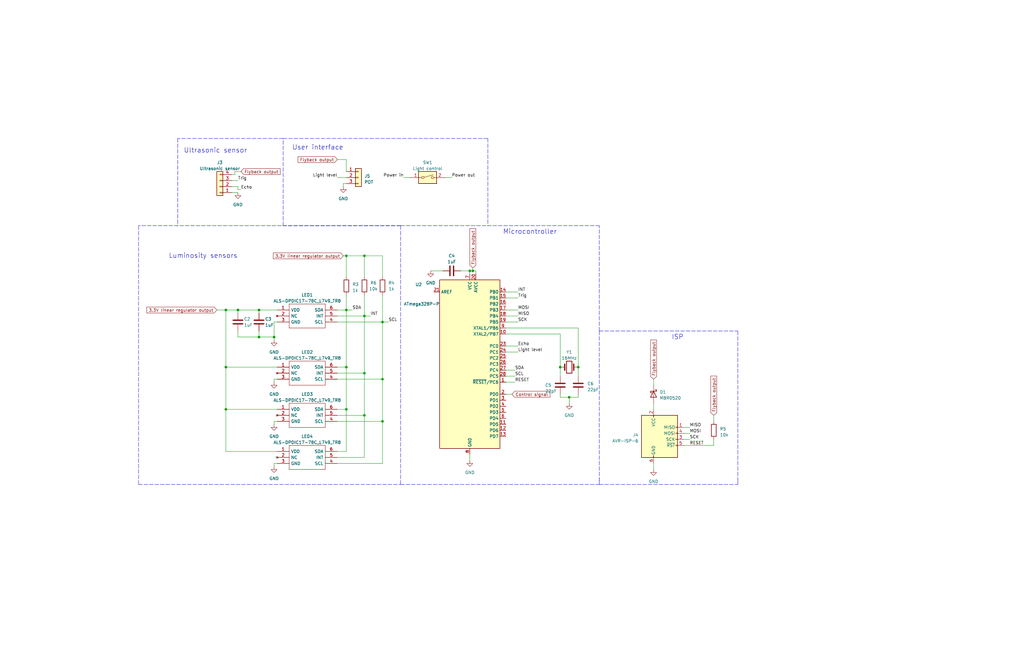
<source format=kicad_sch>
(kicad_sch (version 20230121) (generator eeschema)
  (paper "B")
  (lib_symbols
    (symbol "ALS-DPDIC17-78C_L749_TR8:ALS-DPDIC17-78C_L749_TR8" (pin_names (offset 0.762))
      (property "Reference" "LED" (at 21.59 7.62 0))
      (property "Value" "ALS-DPDIC17-78C_L749_TR8" (at 21.59 5.08 0))
      (symbol "ALS-DPDIC17-78C_L749_TR8_0_0"
        (pin passive line (at 0 0 0) (length 5.08) (name "VDD") (number "1"))
        (pin no_connect line (at 0 -2.54 0) (length 5.08) (name "NC") (number "2"))
        (pin passive line (at 0 -5.08 0) (length 5.08) (name "GND") (number "3"))
        (pin passive line (at 25.4 -5.08 180) (length 5.08) (name "SCL") (number "4"))
        (pin passive line (at 25.4 -2.54 180) (length 5.08) (name "INT") (number "5"))
        (pin passive line (at 25.4 0 180) (length 5.08) (name "SDA") (number "6"))
      )
      (symbol "ALS-DPDIC17-78C_L749_TR8_0_1"
        (polyline (pts (xy 5.08 2.54) (xy 20.32 2.54) (xy 20.32 -7.62) (xy 5.08 -7.62) (xy 5.08 2.54)) (stroke (width 0.1524)))
      )
    )
    (symbol "Connector:AVR-ISP-6" (pin_names (offset 1.016))
      (property "Reference" "J" (at -6.35 11.43 0))
      (property "Value" "AVR-ISP-6" (at 0 11.43 0))
      (symbol "AVR-ISP-6_0_1"
        (rectangle (start -2.667 -6.858) (end -2.413 -7.62))
        (rectangle (start -2.667 10.16) (end -2.413 9.398))
        (rectangle (start 7.62 -2.413) (end 6.858 -2.667))
        (rectangle (start 7.62 0.127) (end 6.858 -0.127))
        (rectangle (start 7.62 2.667) (end 6.858 2.413))
        (rectangle (start 7.62 5.207) (end 6.858 4.953))
        (rectangle (start 7.62 10.16) (end -7.62 -7.62) (stroke (width 0.254)) (fill (type background)))
      )
      (symbol "AVR-ISP-6_1_1"
        (pin passive line (at 10.16 5.08 180) (length 2.54) (name "MISO") (number "1"))
        (pin passive line (at -2.54 12.7 270) (length 2.54) (name "VCC") (number "2"))
        (pin passive line (at 10.16 0 180) (length 2.54) (name "SCK") (number "3"))
        (pin passive line (at 10.16 2.54 180) (length 2.54) (name "MOSI") (number "4"))
        (pin passive line (at 10.16 -2.54 180) (length 2.54) (name "~{RST}") (number "5"))
        (pin passive line (at -2.54 -10.16 90) (length 2.54) (name "GND") (number "6"))
      )
    )
    (symbol "Connector_Generic:Conn_01x03" (pin_names (offset 1.016) hide)
      (property "Reference" "J" (at 0 5.08 0))
      (property "Value" "Conn_01x03" (at 0 -5.08 0))
      (symbol "Conn_01x03_1_1"
        (rectangle (start -1.27 -2.413) (end 0 -2.667) (stroke (width 0.1524)))
        (rectangle (start -1.27 0.127) (end 0 -0.127) (stroke (width 0.1524)))
        (rectangle (start -1.27 2.667) (end 0 2.413) (stroke (width 0.1524)))
        (rectangle (start -1.27 3.81) (end 1.27 -3.81) (stroke (width 0.254)) (fill (type background)))
        (pin passive line (at -5.08 2.54 0) (length 3.81) (name "Pin_1") (number "1"))
        (pin passive line (at -5.08 0 0) (length 3.81) (name "Pin_2") (number "2"))
        (pin passive line (at -5.08 -2.54 0) (length 3.81) (name "Pin_3") (number "3"))
      )
    )
    (symbol "Connector_Generic:Conn_01x04" (pin_names (offset 1.016) hide)
      (property "Reference" "J" (at 0 5.08 0))
      (property "Value" "Conn_01x04" (at 0 -7.62 0))
      (symbol "Conn_01x04_1_1"
        (rectangle (start -1.27 -4.953) (end 0 -5.207) (stroke (width 0.1524)))
        (rectangle (start -1.27 -2.413) (end 0 -2.667) (stroke (width 0.1524)))
        (rectangle (start -1.27 0.127) (end 0 -0.127) (stroke (width 0.1524)))
        (rectangle (start -1.27 2.667) (end 0 2.413) (stroke (width 0.1524)))
        (rectangle (start -1.27 3.81) (end 1.27 -6.35) (stroke (width 0.254)) (fill (type background)))
        (pin passive line (at -5.08 2.54 0) (length 3.81) (name "Pin_1") (number "1"))
        (pin passive line (at -5.08 0 0) (length 3.81) (name "Pin_2") (number "2"))
        (pin passive line (at -5.08 -2.54 0) (length 3.81) (name "Pin_3") (number "3"))
        (pin passive line (at -5.08 -5.08 0) (length 3.81) (name "Pin_4") (number "4"))
      )
    )
    (symbol "Device:C" (pin_numbers hide) (pin_names (offset 0.254))
      (property "Reference" "C" (at 0.635 2.54 0))
      (property "Value" "C" (at 0.635 -2.54 0))
      (symbol "C_0_1"
        (polyline (pts (xy -2.032 -0.762) (xy 2.032 -0.762)) (stroke (width 0.508)))
        (polyline (pts (xy -2.032 0.762) (xy 2.032 0.762)) (stroke (width 0.508)))
      )
      (symbol "C_1_1"
        (pin passive line (at 0 3.81 270) (length 2.794) (name "~") (number "1"))
        (pin passive line (at 0 -3.81 90) (length 2.794) (name "~") (number "2"))
      )
    )
    (symbol "Device:Crystal" (pin_numbers hide) (pin_names (offset 1.016) hide)
      (property "Reference" "Y" (at 0 3.81 0))
      (property "Value" "Crystal" (at 0 -3.81 0))
      (symbol "Crystal_0_1"
        (rectangle (start -1.143 2.54) (end 1.143 -2.54) (stroke (width 0.3048)))
        (polyline (pts (xy -2.54 0) (xy -1.905 0)))
        (polyline (pts (xy -1.905 -1.27) (xy -1.905 1.27)) (stroke (width 0.508)))
        (polyline (pts (xy 1.905 -1.27) (xy 1.905 1.27)) (stroke (width 0.508)))
        (polyline (pts (xy 2.54 0) (xy 1.905 0)))
      )
      (symbol "Crystal_1_1"
        (pin passive line (at -3.81 0 0) (length 1.27) (name "1") (number "1"))
        (pin passive line (at 3.81 0 180) (length 1.27) (name "2") (number "2"))
      )
    )
    (symbol "Device:R" (pin_numbers hide) (pin_names (offset 0))
      (property "Reference" "R" (at 2.032 0 90))
      (property "Value" "R" (at 0 0 90))
      (symbol "R_0_1"
        (rectangle (start -1.016 -2.54) (end 1.016 2.54) (stroke (width 0.254)))
      )
      (symbol "R_1_1"
        (pin passive line (at 0 3.81 270) (length 1.27) (name "~") (number "1"))
        (pin passive line (at 0 -3.81 90) (length 1.27) (name "~") (number "2"))
      )
    )
    (symbol "Diode:MBR0520" (pin_numbers hide) (pin_names (offset 1.016) hide)
      (property "Reference" "D" (at 0 2.54 0))
      (property "Value" "MBR0520" (at 0 -2.54 0))
      (symbol "MBR0520_0_1"
        (polyline (pts (xy 1.27 0) (xy -1.27 0)))
        (polyline (pts (xy 1.27 1.27) (xy 1.27 -1.27) (xy -1.27 0) (xy 1.27 1.27)) (stroke (width 0.254)))
        (polyline (pts (xy -1.905 0.635) (xy -1.905 1.27) (xy -1.27 1.27) (xy -1.27 -1.27) (xy -0.635 -1.27) (xy -0.635 -0.635)) (stroke (width 0.254)))
      )
      (symbol "MBR0520_1_1"
        (pin passive line (at -3.81 0 0) (length 2.54) (name "K") (number "1"))
        (pin passive line (at 3.81 0 180) (length 2.54) (name "A") (number "2"))
      )
    )
    (symbol "MCU_Microchip_ATmega:ATmega328P-P"
      (property "Reference" "U" (at -12.7 36.83 0))
      (property "Value" "ATmega328P-P" (at 2.54 -36.83 0))
      (symbol "ATmega328P-P_0_1"
        (rectangle (start -12.7 -35.56) (end 12.7 35.56) (stroke (width 0.254)) (fill (type background)))
      )
      (symbol "ATmega328P-P_1_1"
        (pin bidirectional line (at 15.24 -7.62 180) (length 2.54) (name "~{RESET}/PC6") (number "1"))
        (pin bidirectional line (at 15.24 12.7 180) (length 2.54) (name "XTAL2/PB7") (number "10"))
        (pin bidirectional line (at 15.24 -25.4 180) (length 2.54) (name "PD5") (number "11"))
        (pin bidirectional line (at 15.24 -27.94 180) (length 2.54) (name "PD6") (number "12"))
        (pin bidirectional line (at 15.24 -30.48 180) (length 2.54) (name "PD7") (number "13"))
        (pin bidirectional line (at 15.24 30.48 180) (length 2.54) (name "PB0") (number "14"))
        (pin bidirectional line (at 15.24 27.94 180) (length 2.54) (name "PB1") (number "15"))
        (pin bidirectional line (at 15.24 25.4 180) (length 2.54) (name "PB2") (number "16"))
        (pin bidirectional line (at 15.24 22.86 180) (length 2.54) (name "PB3") (number "17"))
        (pin bidirectional line (at 15.24 20.32 180) (length 2.54) (name "PB4") (number "18"))
        (pin bidirectional line (at 15.24 17.78 180) (length 2.54) (name "PB5") (number "19"))
        (pin bidirectional line (at 15.24 -12.7 180) (length 2.54) (name "PD0") (number "2"))
        (pin power_in line (at 2.54 38.1 270) (length 2.54) (name "AVCC") (number "20"))
        (pin passive line (at -15.24 30.48 0) (length 2.54) (name "AREF") (number "21"))
        (pin passive line (at 0 -38.1 90) (length 2.54) hide (name "GND") (number "22"))
        (pin bidirectional line (at 15.24 7.62 180) (length 2.54) (name "PC0") (number "23"))
        (pin bidirectional line (at 15.24 5.08 180) (length 2.54) (name "PC1") (number "24"))
        (pin bidirectional line (at 15.24 2.54 180) (length 2.54) (name "PC2") (number "25"))
        (pin bidirectional line (at 15.24 0 180) (length 2.54) (name "PC3") (number "26"))
        (pin bidirectional line (at 15.24 -2.54 180) (length 2.54) (name "PC4") (number "27"))
        (pin bidirectional line (at 15.24 -5.08 180) (length 2.54) (name "PC5") (number "28"))
        (pin bidirectional line (at 15.24 -15.24 180) (length 2.54) (name "PD1") (number "3"))
        (pin bidirectional line (at 15.24 -17.78 180) (length 2.54) (name "PD2") (number "4"))
        (pin bidirectional line (at 15.24 -20.32 180) (length 2.54) (name "PD3") (number "5"))
        (pin bidirectional line (at 15.24 -22.86 180) (length 2.54) (name "PD4") (number "6"))
        (pin power_in line (at 0 38.1 270) (length 2.54) (name "VCC") (number "7"))
        (pin power_in line (at 0 -38.1 90) (length 2.54) (name "GND") (number "8"))
        (pin bidirectional line (at 15.24 15.24 180) (length 2.54) (name "XTAL1/PB6") (number "9"))
      )
    )
    (symbol "Switch:SW_DIP_x01" (pin_names (offset 0) hide)
      (property "Reference" "SW" (at 0 3.81 0))
      (property "Value" "SW_DIP_x01" (at 0 -3.81 0))
      (symbol "SW_DIP_x01_0_0"
        (circle (center -2.032 0) (radius 0.508))
        (polyline (pts (xy -1.524 0.127) (xy 2.3622 1.1684)))
        (circle (center 2.032 0) (radius 0.508))
      )
      (symbol "SW_DIP_x01_0_1"
        (rectangle (start -3.81 2.54) (end 3.81 -2.54) (stroke (width 0.254)) (fill (type background)))
      )
      (symbol "SW_DIP_x01_1_1"
        (pin passive line (at -7.62 0 0) (length 5.08) (name "~") (number "1"))
        (pin passive line (at 7.62 0 180) (length 5.08) (name "~") (number "2"))
      )
    )
    (symbol "power:GND" (power) (pin_names (offset 0))
      (property "Value" "GND" (at 0 -3.81 0))
      (symbol "GND_0_1"
        (polyline (pts (xy 0 0) (xy 0 -1.27) (xy 1.27 -1.27) (xy 0 -2.54) (xy -1.27 -1.27) (xy 0 -1.27)))
      )
      (symbol "GND_1_1"
        (pin power_in line (at 0 0 270) (length 0) hide (name "GND") (number "1"))
      )
    )
  )
  (junction (at 236.22 154.94))
  (junction (at 153.67 107.95))
  (junction (at 161.29 160.02))
  (junction (at 198.12 114.3))
  (junction (at 146.05 107.95))
  (junction (at 146.05 154.94))
  (junction (at 95.25 154.94))
  (junction (at 146.05 172.72))
  (junction (at 161.29 135.89))
  (junction (at 100.33 130.81))
  (junction (at 109.22 130.81))
  (junction (at 146.05 130.81))
  (junction (at 199.39 114.3))
  (junction (at 115.57 142.24))
  (junction (at 153.67 175.26))
  (junction (at 95.25 172.72))
  (junction (at 161.29 177.8))
  (junction (at 153.67 157.48))
  (junction (at 240.03 167.64))
  (junction (at 109.22 142.24))
  (junction (at 95.25 130.81))
  (junction (at 153.67 133.35))
  (junction (at 243.84 154.94))
  (wire (pts (xy 97.79 76.2) (xy 100.33 76.2)))
  (wire (pts (xy 153.67 175.26) (xy 153.67 193.04)))
  (wire (pts (xy 146.05 130.81) (xy 142.24 130.81)))
  (wire (pts (xy 142.24 175.26) (xy 153.67 175.26)))
  (polyline (pts (xy 311.15 204.47) (xy 311.15 203.2)) (stroke (width 0) (type dash)))
  (wire (pts (xy 115.57 179.07) (xy 115.57 177.8)))
  (wire (pts (xy 115.57 177.8) (xy 116.84 177.8)))
  (wire (pts (xy 213.36 140.97) (xy 236.22 140.97)))
  (wire (pts (xy 213.36 158.75) (xy 217.17 158.75)))
  (wire (pts (xy 146.05 107.95) (xy 153.67 107.95)))
  (wire (pts (xy 99.06 72.39) (xy 99.06 73.66)))
  (wire (pts (xy 146.05 130.81) (xy 148.59 130.81)))
  (wire (pts (xy 213.36 156.21) (xy 217.17 156.21)))
  (wire (pts (xy 95.25 172.72) (xy 95.25 190.5)))
  (wire (pts (xy 236.22 167.64) (xy 236.22 166.37)))
  (wire (pts (xy 187.96 74.93) (xy 190.5 74.93)))
  (wire (pts (xy 213.36 125.73) (xy 218.44 125.73)))
  (wire (pts (xy 100.33 78.74) (xy 97.79 78.74)))
  (wire (pts (xy 115.57 160.02) (xy 115.57 161.29)))
  (wire (pts (xy 142.24 193.04) (xy 153.67 193.04)))
  (wire (pts (xy 243.84 167.64) (xy 243.84 166.37)))
  (polyline (pts (xy 252.73 139.7) (xy 311.15 139.7)) (stroke (width 0) (type dash)))
  (wire (pts (xy 142.24 195.58) (xy 161.29 195.58)))
  (wire (pts (xy 240.03 167.64) (xy 243.84 167.64)))
  (polyline (pts (xy 168.91 95.25) (xy 252.73 95.25)) (stroke (width 0) (type dash)))
  (polyline (pts (xy 58.42 95.25) (xy 58.42 204.47)) (stroke (width 0) (type dash)))
  (wire (pts (xy 198.12 191.77) (xy 198.12 194.31)))
  (wire (pts (xy 99.06 72.39) (xy 101.6 72.39)))
  (polyline (pts (xy 58.42 204.47) (xy 168.91 204.47)) (stroke (width 0) (type dash)))
  (wire (pts (xy 213.36 138.43) (xy 243.84 138.43)))
  (wire (pts (xy 142.24 190.5) (xy 146.05 190.5)))
  (wire (pts (xy 142.24 67.31) (xy 146.05 67.31)))
  (wire (pts (xy 300.99 175.26) (xy 300.99 177.8)))
  (wire (pts (xy 243.84 154.94) (xy 243.84 158.75)))
  (wire (pts (xy 153.67 157.48) (xy 153.67 175.26)))
  (wire (pts (xy 213.36 148.59) (xy 218.44 148.59)))
  (wire (pts (xy 95.25 154.94) (xy 95.25 172.72)))
  (wire (pts (xy 161.29 135.89) (xy 163.83 135.89)))
  (polyline (pts (xy 119.38 58.42) (xy 205.74 58.42)) (stroke (width 0) (type dash)))
  (wire (pts (xy 109.22 130.81) (xy 116.84 130.81)))
  (wire (pts (xy 153.67 133.35) (xy 156.21 133.35)))
  (wire (pts (xy 99.06 73.66) (xy 97.79 73.66)))
  (wire (pts (xy 200.66 114.3) (xy 200.66 115.57)))
  (wire (pts (xy 142.24 74.93) (xy 146.05 74.93)))
  (wire (pts (xy 300.99 187.96) (xy 300.99 185.42)))
  (wire (pts (xy 243.84 138.43) (xy 243.84 154.94)))
  (wire (pts (xy 213.36 123.19) (xy 218.44 123.19)))
  (polyline (pts (xy 168.91 95.25) (xy 119.38 95.25)) (stroke (width 0) (type dash)))
  (wire (pts (xy 142.24 172.72) (xy 146.05 172.72)))
  (wire (pts (xy 115.57 135.89) (xy 116.84 135.89)))
  (polyline (pts (xy 119.38 95.25) (xy 119.38 58.42)) (stroke (width 0) (type dash)))
  (wire (pts (xy 115.57 196.85) (xy 115.57 195.58)))
  (wire (pts (xy 288.29 187.96) (xy 300.99 187.96)))
  (wire (pts (xy 146.05 154.94) (xy 146.05 130.81)))
  (wire (pts (xy 109.22 142.24) (xy 115.57 142.24)))
  (polyline (pts (xy 252.73 139.7) (xy 252.73 203.2)) (stroke (width 0) (type dash)))
  (wire (pts (xy 213.36 135.89) (xy 218.44 135.89)))
  (wire (pts (xy 153.67 107.95) (xy 161.29 107.95)))
  (wire (pts (xy 115.57 135.89) (xy 115.57 142.24)))
  (wire (pts (xy 100.33 139.7) (xy 100.33 142.24)))
  (wire (pts (xy 142.24 177.8) (xy 161.29 177.8)))
  (wire (pts (xy 100.33 142.24) (xy 109.22 142.24)))
  (wire (pts (xy 236.22 154.94) (xy 236.22 158.75)))
  (wire (pts (xy 198.12 114.3) (xy 198.12 115.57)))
  (wire (pts (xy 109.22 130.81) (xy 109.22 132.08)))
  (wire (pts (xy 213.36 166.37) (xy 215.9 166.37)))
  (wire (pts (xy 146.05 190.5) (xy 146.05 172.72)))
  (wire (pts (xy 199.39 114.3) (xy 198.12 114.3)))
  (wire (pts (xy 146.05 67.31) (xy 146.05 72.39)))
  (polyline (pts (xy 168.91 204.47) (xy 252.73 204.47)) (stroke (width 0) (type dash)))
  (wire (pts (xy 100.33 130.81) (xy 100.33 132.08)))
  (wire (pts (xy 161.29 107.95) (xy 161.29 116.84)))
  (wire (pts (xy 161.29 177.8) (xy 161.29 160.02)))
  (wire (pts (xy 116.84 172.72) (xy 95.25 172.72)))
  (wire (pts (xy 116.84 154.94) (xy 95.25 154.94)))
  (wire (pts (xy 100.33 80.01) (xy 100.33 78.74)))
  (wire (pts (xy 144.78 107.95) (xy 146.05 107.95)))
  (wire (pts (xy 144.78 77.47) (xy 146.05 77.47)))
  (wire (pts (xy 146.05 124.46) (xy 146.05 130.81)))
  (polyline (pts (xy 119.38 58.42) (xy 74.93 58.42)) (stroke (width 0) (type dash)))
  (polyline (pts (xy 311.15 139.7) (xy 311.15 203.2)) (stroke (width 0) (type dash)))
  (wire (pts (xy 194.31 114.3) (xy 198.12 114.3)))
  (wire (pts (xy 142.24 160.02) (xy 161.29 160.02)))
  (wire (pts (xy 109.22 139.7) (xy 109.22 142.24)))
  (wire (pts (xy 153.67 133.35) (xy 142.24 133.35)))
  (wire (pts (xy 116.84 190.5) (xy 95.25 190.5)))
  (wire (pts (xy 100.33 130.81) (xy 109.22 130.81)))
  (wire (pts (xy 153.67 157.48) (xy 153.67 133.35)))
  (wire (pts (xy 153.67 107.95) (xy 153.67 116.84)))
  (wire (pts (xy 97.79 81.28) (xy 100.33 81.28)))
  (wire (pts (xy 146.05 107.95) (xy 146.05 116.84)))
  (wire (pts (xy 275.59 195.58) (xy 275.59 198.12)))
  (wire (pts (xy 288.29 180.34) (xy 290.83 180.34)))
  (wire (pts (xy 236.22 154.94) (xy 236.22 140.97)))
  (polyline (pts (xy 252.73 204.47) (xy 311.15 204.47)) (stroke (width 0) (type dash)))
  (wire (pts (xy 170.18 74.93) (xy 172.72 74.93)))
  (polyline (pts (xy 252.73 204.47) (xy 252.73 201.93)) (stroke (width 0) (type dash)))
  (wire (pts (xy 275.59 170.18) (xy 275.59 172.72)))
  (wire (pts (xy 115.57 160.02) (xy 116.84 160.02)))
  (wire (pts (xy 213.36 146.05) (xy 218.44 146.05)))
  (wire (pts (xy 213.36 130.81) (xy 218.44 130.81)))
  (polyline (pts (xy 205.74 58.42) (xy 205.74 95.25)) (stroke (width 0) (type dash)))
  (polyline (pts (xy 74.93 58.42) (xy 74.93 95.25)) (stroke (width 0) (type dash)))
  (wire (pts (xy 199.39 114.3) (xy 200.66 114.3)))
  (wire (pts (xy 275.59 160.02) (xy 275.59 162.56)))
  (polyline (pts (xy 252.73 139.7) (xy 252.73 95.25)) (stroke (width 0) (type dash)))
  (wire (pts (xy 100.33 80.01) (xy 101.6 80.01)))
  (wire (pts (xy 91.44 130.81) (xy 95.25 130.81)))
  (wire (pts (xy 199.39 113.03) (xy 199.39 114.3)))
  (polyline (pts (xy 168.91 95.25) (xy 168.91 204.47)) (stroke (width 0) (type dash)))
  (wire (pts (xy 240.03 167.64) (xy 240.03 170.18)))
  (wire (pts (xy 161.29 160.02) (xy 161.29 135.89)))
  (wire (pts (xy 146.05 172.72) (xy 146.05 154.94)))
  (wire (pts (xy 213.36 161.29) (xy 217.17 161.29)))
  (wire (pts (xy 288.29 182.88) (xy 290.83 182.88)))
  (wire (pts (xy 115.57 195.58) (xy 116.84 195.58)))
  (wire (pts (xy 142.24 154.94) (xy 146.05 154.94)))
  (wire (pts (xy 161.29 135.89) (xy 161.29 124.46)))
  (wire (pts (xy 161.29 195.58) (xy 161.29 177.8)))
  (wire (pts (xy 236.22 167.64) (xy 240.03 167.64)))
  (polyline (pts (xy 168.91 95.25) (xy 58.42 95.25)) (stroke (width 0) (type dash)))
  (wire (pts (xy 142.24 157.48) (xy 153.67 157.48)))
  (wire (pts (xy 288.29 185.42) (xy 290.83 185.42)))
  (wire (pts (xy 144.78 78.74) (xy 144.78 77.47)))
  (wire (pts (xy 153.67 124.46) (xy 153.67 133.35)))
  (wire (pts (xy 95.25 130.81) (xy 100.33 130.81)))
  (wire (pts (xy 181.61 114.3) (xy 186.69 114.3)))
  (wire (pts (xy 95.25 154.94) (xy 95.25 130.81)))
  (wire (pts (xy 213.36 133.35) (xy 218.44 133.35)))
  (wire (pts (xy 142.24 135.89) (xy 161.29 135.89)))
  (wire (pts (xy 115.57 142.24) (xy 115.57 143.51)))
  (text "ISP" (at 283.21 143.51 0) (effects (font (size 2 2)) (justify left bottom)))
  (text "Ultrasonic sensor" (at 77.47 64.77 0) (effects (font (size 2 2)) (justify left bottom)))
  (text "User interface" (at 123.19 63.5 0) (effects (font (size 2 2)) (justify left bottom)))
  (text "Luminosity sensors" (at 71.12 109.22 0) (effects (font (size 2 2)) (justify left bottom)))
  (text "Microcontroller\n" (at 212.09 99.06 0) (effects (font (size 2 2)) (justify left bottom)))
  (label "INT" (at 156.21 133.35 0))
  (label "RESET" (at 290.83 187.96 0))
  (label "MOSI" (at 218.44 130.81 0))
  (label "Light level" (at 218.44 148.59 0))
  (label "INT" (at 218.44 123.19 0))
  (label "SCL" (at 163.83 135.89 0))
  (label "RESET" (at 217.17 161.29 0))
  (label "SCK" (at 218.44 135.89 0))
  (label "SCK" (at 290.83 185.42 0))
  (label "Power out" (at 190.5 74.93 0))
  (label "Echo" (at 101.6 80.01 0))
  (label "Trig" (at 100.33 76.2 0))
  (label "Echo" (at 218.44 146.05 0))
  (label "Light level" (at 142.24 74.93 180))
  (label "SCL" (at 217.17 158.75 0))
  (label "SDA" (at 148.59 130.81 0))
  (label "Power in" (at 170.18 74.93 180))
  (label "MISO" (at 218.44 133.35 0))
  (label "MISO" (at 290.83 180.34 0))
  (label "MOSI" (at 290.83 182.88 0))
  (label "SDA" (at 217.17 156.21 0))
  (label "Trig" (at 218.44 125.73 0))
  (global_label "Flyback output" (shape input) (at 142.24 67.31 180) (property "Intersheetrefs" "${INTERSHEET_REFS}" (effects hide)))
  (global_label "3.3V linear regulator output" (shape input) (at 144.78 107.95 180) (property "Intersheetrefs" "${INTERSHEET_REFS}" (effects hide)))
  (global_label "Flyback output" (shape input) (at 300.99 175.26 90) (property "Intersheetrefs" "${INTERSHEET_REFS}" (effects hide)))
  (global_label "Flyback output" (shape input) (at 199.39 113.03 90) (property "Intersheetrefs" "${INTERSHEET_REFS}" (effects hide)))
  (global_label "3.3V linear regulator output" (shape input) (at 91.44 130.81 180) (property "Intersheetrefs" "${INTERSHEET_REFS}" (effects hide)))
  (global_label "Control signal" (shape input) (at 215.9 166.37 0) (property "Intersheetrefs" "${INTERSHEET_REFS}" (effects hide)))
  (global_label "Flyback output" (shape input) (at 275.59 160.02 90) (property "Intersheetrefs" "${INTERSHEET_REFS}" (effects hide)))
  (global_label "Flyback output" (shape input) (at 101.6 72.39 0) (property "Intersheetrefs" "${INTERSHEET_REFS}" (effects hide)))
  (symbol (lib_id "Diode:MBR0520") (at 275.59 166.37 270) (unit 1)
    (property "Reference" "D1" (at 278.13 165.4175 90) (effects (justify left)))
    (property "Value" "MBR0520" (at 278.13 167.9575 90) (effects (justify left)))
    (property "Footprint" "Diode_SMD:D_SOD-123" (effects hide))
    (property "Datasheet" "http://www.mccsemi.com/up_pdf/MBR0520~MBR0580(SOD123).pdf" (effects hide))
  )
  (symbol (lib_id "power:GND") (at 198.12 194.31 0) (unit 1)
    (property "Reference" "#PWR04" (effects hide))
    (property "Value" "GND" (at 198.12 199.39 0))
  )
  (symbol (lib_id "power:GND") (at 115.57 179.07 0) (unit 1)
    (property "Reference" "#PWR012" (effects hide))
    (property "Value" "GND" (at 115.57 184.15 0))
  )
  (symbol (lib_id "Device:C") (at 109.22 135.89 0) (unit 1)
    (property "Reference" "C3" (at 111.76 134.62 0) (effects (justify left)))
    (property "Value" "1uF" (at 111.76 137.16 0) (effects (justify left)))
  )
  (symbol (lib_id "power:GND") (at 240.03 170.18 0) (unit 1)
    (property "Reference" "#PWR010" (effects hide))
    (property "Value" "GND" (at 240.03 175.26 0))
  )
  (symbol (lib_id "power:GND") (at 100.33 81.28 0) (unit 1)
    (property "Reference" "#PWR03" (effects hide))
    (property "Value" "GND" (at 100.33 86.36 0))
  )
  (symbol (lib_id "Device:R") (at 153.67 120.65 180) (unit 1)
    (property "Reference" "R6" (at 157.48 119.38 0))
    (property "Value" "10k" (at 157.48 121.92 0))
  )
  (symbol (lib_id "MCU_Microchip_ATmega:ATmega328P-P") (at 198.12 153.67 0) (unit 1)
    (property "Reference" "U2" (at 176.53 120.0659 0))
    (property "Value" "ATmega328P-P" (at 177.8 128.27 0))
    (property "Footprint" "Package_DIP:DIP-28_W7.62mm" (effects hide))
    (property "Datasheet" "http://ww1.microchip.com/downloads/en/DeviceDoc/ATmega328_P%20AVR%20MCU%20with%20picoPower%20Technology%20Data%20Sheet%2040001984A.pdf" (effects hide))
  )
  (symbol (lib_id "Connector:AVR-ISP-6") (at 278.13 185.42 0) (unit 1)
    (property "Reference" "J4" (at 269.24 183.515 0) (effects (justify right)))
    (property "Value" "AVR-ISP-6" (at 269.24 186.055 0) (effects (justify right)))
    (property "Footprint" "Connector_IDC:IDC-Header_2x03_P2.54mm_Vertical" (effects hide))
    (property "Datasheet" " ~" (effects hide))
  )
  (symbol (lib_id "Connector_Generic:Conn_01x03") (at 151.13 74.93 0) (unit 1)
    (property "Reference" "J5" (at 153.67 74.295 0) (effects (justify left)))
    (property "Value" "POT" (at 153.67 76.835 0) (effects (justify left)))
  )
  (symbol (lib_id "ALS-DPDIC17-78C_L749_TR8:ALS-DPDIC17-78C_L749_TR8") (at 116.84 172.72 0) (unit 1)
    (property "Reference" "LED3" (at 129.54 166.37 0))
    (property "Value" "ALS-DPDIC17-78C_L749_TR8" (at 129.54 168.91 0))
    (property "Footprint" "ALS-DPDIC17-78C_L749_TR8:ALSDPDIC1778CL749TR8" (effects hide))
    (property "Datasheet" "https://uploadcdn.oneyac.com/attachments/files/brand_pdf/everlight/CC/C4/ALS-DPDIC17-78CL749TR8.pdf" (effects hide))
    (property "Description" "Ambient Light Sensor with I2C Interface" (effects hide))
    (property "Height" "0.83" (effects hide))
    (property "Manufacturer_Name" "Everlight" (effects hide))
    (property "Manufacturer_Part_Number" "ALS-DPDIC17-78C/L749/TR8" (effects hide))
  )
  (symbol (lib_id "Device:C") (at 243.84 162.56 0) (unit 1)
    (property "Reference" "C6" (at 247.65 161.925 0) (effects (justify left)))
    (property "Value" "22pF" (at 247.65 164.465 0) (effects (justify left)))
  )
  (symbol (lib_id "Device:Crystal") (at 240.03 154.94 0) (unit 1)
    (property "Reference" "Y1" (at 240.03 148.59 0))
    (property "Value" "16MHz" (at 240.03 151.13 0))
  )
  (symbol (lib_id "power:GND") (at 115.57 161.29 0) (unit 1)
    (property "Reference" "#PWR011" (effects hide))
    (property "Value" "GND" (at 115.57 166.37 0))
  )
  (symbol (lib_id "Device:C") (at 100.33 135.89 0) (unit 1)
    (property "Reference" "C2" (at 102.87 134.62 0) (effects (justify left)))
    (property "Value" "1uF" (at 102.87 137.16 0) (effects (justify left)))
  )
  (symbol (lib_id "power:GND") (at 115.57 196.85 0) (unit 1)
    (property "Reference" "#PWR013" (effects hide))
    (property "Value" "GND" (at 115.57 201.93 0))
  )
  (symbol (lib_id "ALS-DPDIC17-78C_L749_TR8:ALS-DPDIC17-78C_L749_TR8") (at 116.84 154.94 0) (unit 1)
    (property "Reference" "LED2" (at 129.54 148.59 0))
    (property "Value" "ALS-DPDIC17-78C_L749_TR8" (at 129.54 151.13 0))
    (property "Footprint" "ALS-DPDIC17-78C_L749_TR8:ALSDPDIC1778CL749TR8" (effects hide))
    (property "Datasheet" "https://uploadcdn.oneyac.com/attachments/files/brand_pdf/everlight/CC/C4/ALS-DPDIC17-78CL749TR8.pdf" (effects hide))
    (property "Description" "Ambient Light Sensor with I2C Interface" (effects hide))
    (property "Height" "0.83" (effects hide))
    (property "Manufacturer_Name" "Everlight" (effects hide))
    (property "Manufacturer_Part_Number" "ALS-DPDIC17-78C/L749/TR8" (effects hide))
  )
  (symbol (lib_id "Connector_Generic:Conn_01x04") (at 92.71 78.74 180) (unit 1)
    (property "Reference" "J3" (at 92.71 68.58 0))
    (property "Value" "Ultrasonic sensor" (at 92.71 71.12 0))
  )
  (symbol (lib_id "Device:C") (at 190.5 114.3 90) (unit 1)
    (property "Reference" "C4" (at 190.5 107.95 90))
    (property "Value" "1uF" (at 190.5 110.49 90))
  )
  (symbol (lib_id "Switch:SW_DIP_x01") (at 180.34 74.93 0) (unit 1)
    (property "Reference" "SW1" (at 180.34 68.58 0))
    (property "Value" "Light control" (at 180.34 71.12 0))
  )
  (symbol (lib_id "ALS-DPDIC17-78C_L749_TR8:ALS-DPDIC17-78C_L749_TR8") (at 116.84 130.81 0) (unit 1)
    (property "Reference" "LED1" (at 129.54 124.46 0))
    (property "Value" "ALS-DPDIC17-78C_L749_TR8" (at 129.54 127 0))
    (property "Footprint" "ALS-DPDIC17-78C_L749_TR8:ALSDPDIC1778CL749TR8" (effects hide))
    (property "Datasheet" "https://uploadcdn.oneyac.com/attachments/files/brand_pdf/everlight/CC/C4/ALS-DPDIC17-78CL749TR8.pdf" (effects hide))
    (property "Description" "Ambient Light Sensor with I2C Interface" (effects hide))
    (property "Height" "0.83" (effects hide))
    (property "Manufacturer_Name" "Everlight" (effects hide))
    (property "Manufacturer_Part_Number" "ALS-DPDIC17-78C/L749/TR8" (effects hide))
  )
  (symbol (lib_id "Device:R") (at 161.29 120.65 180) (unit 1)
    (property "Reference" "R4" (at 165.1 119.38 0))
    (property "Value" "1k" (at 165.1 121.92 0))
  )
  (symbol (lib_id "Device:R") (at 146.05 120.65 180) (unit 1)
    (property "Reference" "R3" (at 148.59 120.015 0) (effects (justify right)))
    (property "Value" "1k" (at 148.59 122.555 0) (effects (justify right)))
  )
  (symbol (lib_id "power:GND") (at 275.59 198.12 0) (unit 1)
    (property "Reference" "#PWR09" (effects hide))
    (property "Value" "GND" (at 275.59 203.2 0))
  )
  (symbol (lib_id "power:GND") (at 115.57 143.51 0) (unit 1)
    (property "Reference" "#PWR06" (effects hide))
    (property "Value" "GND" (at 115.57 148.59 0))
  )
  (symbol (lib_id "power:GND") (at 144.78 78.74 0) (unit 1)
    (property "Reference" "#PWR014" (effects hide))
    (property "Value" "GND" (at 144.78 83.82 0))
  )
  (symbol (lib_id "ALS-DPDIC17-78C_L749_TR8:ALS-DPDIC17-78C_L749_TR8") (at 116.84 190.5 0) (unit 1)
    (property "Reference" "LED4" (at 129.54 184.15 0))
    (property "Value" "ALS-DPDIC17-78C_L749_TR8" (at 129.54 186.69 0))
    (property "Footprint" "ALS-DPDIC17-78C_L749_TR8:ALSDPDIC1778CL749TR8" (effects hide))
    (property "Datasheet" "https://uploadcdn.oneyac.com/attachments/files/brand_pdf/everlight/CC/C4/ALS-DPDIC17-78CL749TR8.pdf" (effects hide))
    (property "Description" "Ambient Light Sensor with I2C Interface" (effects hide))
    (property "Height" "0.83" (effects hide))
    (property "Manufacturer_Name" "Everlight" (effects hide))
    (property "Manufacturer_Part_Number" "ALS-DPDIC17-78C/L749/TR8" (effects hide))
  )
  (symbol (lib_id "power:GND") (at 181.61 114.3 0) (unit 1)
    (property "Reference" "#PWR08" (effects hide))
    (property "Value" "GND" (at 181.61 119.38 0))
  )
  (symbol (lib_id "Device:C") (at 236.22 162.56 0) (unit 1)
    (property "Reference" "C5" (at 229.87 162.56 0) (effects (justify left)))
    (property "Value" "22pF" (at 229.87 165.1 0) (effects (justify left)))
  )
  (symbol (lib_id "Device:R") (at 300.99 181.61 0) (unit 1)
    (property "Reference" "R5" (at 303.53 180.975 0) (effects (justify left)))
    (property "Value" "10k" (at 303.53 183.515 0) (effects (justify left)))
  )
)
</source>
